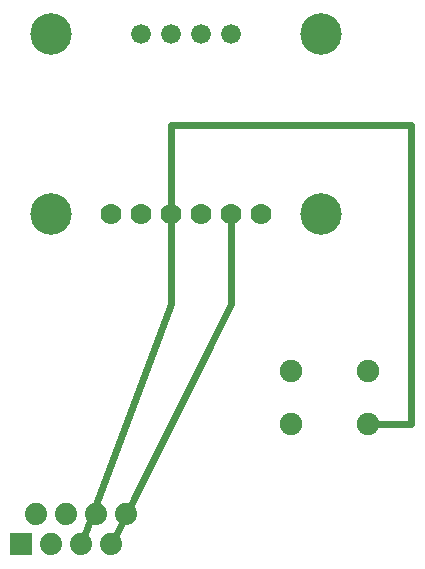
<source format=gbl>
G04 MADE WITH FRITZING*
G04 WWW.FRITZING.ORG*
G04 DOUBLE SIDED*
G04 HOLES PLATED*
G04 CONTOUR ON CENTER OF CONTOUR VECTOR*
%ASAXBY*%
%FSLAX23Y23*%
%MOIN*%
%OFA0B0*%
%SFA1.0B1.0*%
%ADD10C,0.138425*%
%ADD11C,0.070000*%
%ADD12C,0.066000*%
%ADD13C,0.075000*%
%ADD14C,0.074000*%
%ADD15C,0.024000*%
%ADD16R,0.001000X0.001000*%
%LNCOPPER0*%
G90*
G70*
G54D10*
X355Y1227D03*
X355Y1827D03*
G54D11*
X1055Y1227D03*
X955Y1227D03*
X855Y1227D03*
X755Y1227D03*
X655Y1227D03*
X555Y1227D03*
G54D10*
X1255Y1227D03*
G54D12*
X955Y1827D03*
G54D10*
X1255Y1827D03*
G54D12*
X855Y1827D03*
X755Y1827D03*
X655Y1827D03*
G54D13*
X1411Y527D03*
X1155Y527D03*
X1411Y704D03*
X1155Y704D03*
G54D14*
X605Y227D03*
X555Y127D03*
X505Y227D03*
X405Y227D03*
X305Y227D03*
X455Y127D03*
X355Y127D03*
X255Y127D03*
G54D15*
X953Y927D02*
X955Y1207D01*
D02*
X564Y144D02*
X953Y927D01*
D02*
X755Y927D02*
X755Y1207D01*
D02*
X462Y145D02*
X755Y927D01*
D02*
X1555Y527D02*
X1428Y527D01*
D02*
X1555Y1525D02*
X1555Y527D01*
D02*
X755Y1525D02*
X1555Y1525D01*
D02*
X755Y1246D02*
X755Y1525D01*
G54D16*
X219Y163D02*
X292Y163D01*
X219Y162D02*
X292Y162D01*
X219Y161D02*
X292Y161D01*
X219Y160D02*
X292Y160D01*
X219Y159D02*
X292Y159D01*
X219Y158D02*
X292Y158D01*
X219Y157D02*
X292Y157D01*
X219Y156D02*
X292Y156D01*
X219Y155D02*
X292Y155D01*
X219Y154D02*
X292Y154D01*
X219Y153D02*
X292Y153D01*
X219Y152D02*
X292Y152D01*
X219Y151D02*
X292Y151D01*
X219Y150D02*
X292Y150D01*
X219Y149D02*
X292Y149D01*
X219Y148D02*
X292Y148D01*
X219Y147D02*
X292Y147D01*
X219Y146D02*
X250Y146D01*
X261Y146D02*
X292Y146D01*
X219Y145D02*
X247Y145D01*
X264Y145D02*
X292Y145D01*
X219Y144D02*
X245Y144D01*
X266Y144D02*
X292Y144D01*
X219Y143D02*
X243Y143D01*
X267Y143D02*
X292Y143D01*
X219Y142D02*
X242Y142D01*
X268Y142D02*
X292Y142D01*
X219Y141D02*
X241Y141D01*
X270Y141D02*
X292Y141D01*
X219Y140D02*
X240Y140D01*
X270Y140D02*
X292Y140D01*
X219Y139D02*
X239Y139D01*
X271Y139D02*
X292Y139D01*
X219Y138D02*
X239Y138D01*
X272Y138D02*
X292Y138D01*
X219Y137D02*
X238Y137D01*
X273Y137D02*
X292Y137D01*
X219Y136D02*
X237Y136D01*
X273Y136D02*
X292Y136D01*
X219Y135D02*
X237Y135D01*
X274Y135D02*
X292Y135D01*
X219Y134D02*
X236Y134D01*
X274Y134D02*
X292Y134D01*
X219Y133D02*
X236Y133D01*
X274Y133D02*
X292Y133D01*
X219Y132D02*
X236Y132D01*
X275Y132D02*
X292Y132D01*
X219Y131D02*
X236Y131D01*
X275Y131D02*
X292Y131D01*
X219Y130D02*
X235Y130D01*
X275Y130D02*
X292Y130D01*
X219Y129D02*
X235Y129D01*
X275Y129D02*
X292Y129D01*
X219Y128D02*
X235Y128D01*
X275Y128D02*
X292Y128D01*
X219Y127D02*
X235Y127D01*
X275Y127D02*
X292Y127D01*
X219Y126D02*
X235Y126D01*
X275Y126D02*
X292Y126D01*
X219Y125D02*
X235Y125D01*
X275Y125D02*
X292Y125D01*
X219Y124D02*
X235Y124D01*
X275Y124D02*
X292Y124D01*
X219Y123D02*
X236Y123D01*
X275Y123D02*
X292Y123D01*
X219Y122D02*
X236Y122D01*
X275Y122D02*
X292Y122D01*
X219Y121D02*
X236Y121D01*
X274Y121D02*
X292Y121D01*
X219Y120D02*
X236Y120D01*
X274Y120D02*
X292Y120D01*
X219Y119D02*
X237Y119D01*
X274Y119D02*
X292Y119D01*
X219Y118D02*
X237Y118D01*
X273Y118D02*
X292Y118D01*
X219Y117D02*
X238Y117D01*
X273Y117D02*
X292Y117D01*
X219Y116D02*
X239Y116D01*
X272Y116D02*
X292Y116D01*
X219Y115D02*
X239Y115D01*
X271Y115D02*
X292Y115D01*
X219Y114D02*
X240Y114D01*
X270Y114D02*
X292Y114D01*
X219Y113D02*
X241Y113D01*
X270Y113D02*
X292Y113D01*
X219Y112D02*
X242Y112D01*
X268Y112D02*
X292Y112D01*
X219Y111D02*
X243Y111D01*
X267Y111D02*
X292Y111D01*
X219Y110D02*
X245Y110D01*
X266Y110D02*
X292Y110D01*
X219Y109D02*
X247Y109D01*
X264Y109D02*
X292Y109D01*
X219Y108D02*
X250Y108D01*
X261Y108D02*
X292Y108D01*
X219Y107D02*
X292Y107D01*
X219Y106D02*
X292Y106D01*
X219Y105D02*
X292Y105D01*
X219Y104D02*
X292Y104D01*
X219Y103D02*
X292Y103D01*
X219Y102D02*
X292Y102D01*
X219Y101D02*
X292Y101D01*
X219Y100D02*
X292Y100D01*
X219Y99D02*
X292Y99D01*
X219Y98D02*
X292Y98D01*
X219Y97D02*
X292Y97D01*
X219Y96D02*
X292Y96D01*
X219Y95D02*
X292Y95D01*
X219Y94D02*
X292Y94D01*
X219Y93D02*
X292Y93D01*
X219Y92D02*
X292Y92D01*
X219Y91D02*
X292Y91D01*
D02*
G04 End of Copper0*
M02*
</source>
